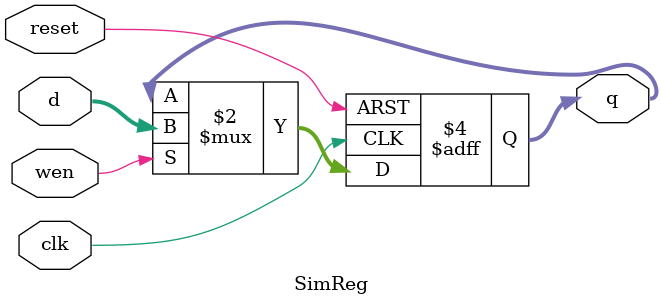
<source format=v>
module SimReg #(parameter WIDTH = 4, parameter INIT = 0) (
    input wire clk,
    input wire reset,
    input wire [WIDTH-1:0] d,
    output reg [WIDTH-1:0] q,
    input wire wen
);
    always @(posedge clk or posedge reset) begin
        if (reset)
            q <= INIT;
        else if (wen)
            q <= d;
    end
endmodule

</source>
